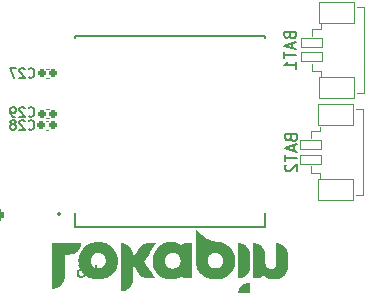
<source format=gbr>
%TF.GenerationSoftware,KiCad,Pcbnew,(6.0.1)*%
%TF.CreationDate,2022-10-07T00:00:46+07:00*%
%TF.ProjectId,rak3172,72616b33-3137-4322-9e6b-696361645f70,rev?*%
%TF.SameCoordinates,Original*%
%TF.FileFunction,Legend,Bot*%
%TF.FilePolarity,Positive*%
%FSLAX46Y46*%
G04 Gerber Fmt 4.6, Leading zero omitted, Abs format (unit mm)*
G04 Created by KiCad (PCBNEW (6.0.1)) date 2022-10-07 00:00:46*
%MOMM*%
%LPD*%
G01*
G04 APERTURE LIST*
G04 Aperture macros list*
%AMRoundRect*
0 Rectangle with rounded corners*
0 $1 Rounding radius*
0 $2 $3 $4 $5 $6 $7 $8 $9 X,Y pos of 4 corners*
0 Add a 4 corners polygon primitive as box body*
4,1,4,$2,$3,$4,$5,$6,$7,$8,$9,$2,$3,0*
0 Add four circle primitives for the rounded corners*
1,1,$1+$1,$2,$3*
1,1,$1+$1,$4,$5*
1,1,$1+$1,$6,$7*
1,1,$1+$1,$8,$9*
0 Add four rect primitives between the rounded corners*
20,1,$1+$1,$2,$3,$4,$5,0*
20,1,$1+$1,$4,$5,$6,$7,0*
20,1,$1+$1,$6,$7,$8,$9,0*
20,1,$1+$1,$8,$9,$2,$3,0*%
G04 Aperture macros list end*
%ADD10C,0.150000*%
%ADD11C,0.127000*%
%ADD12C,0.200000*%
%ADD13C,0.120000*%
%ADD14O,2.600000X1.100000*%
%ADD15C,2.100000*%
%ADD16RoundRect,0.050000X0.900000X0.400000X-0.900000X0.400000X-0.900000X-0.400000X0.900000X-0.400000X0*%
%ADD17RoundRect,0.050000X1.450000X0.900000X-1.450000X0.900000X-1.450000X-0.900000X1.450000X-0.900000X0*%
%ADD18RoundRect,0.275000X0.475000X-0.225000X0.475000X0.225000X-0.475000X0.225000X-0.475000X-0.225000X0*%
%ADD19O,1.500000X1.000000*%
%ADD20RoundRect,0.190000X0.140000X0.170000X-0.140000X0.170000X-0.140000X-0.170000X0.140000X-0.170000X0*%
G04 APERTURE END LIST*
D10*
%TO.C,U6*%
X190276904Y-111837380D02*
X190276904Y-112646904D01*
X190229285Y-112742142D01*
X190181666Y-112789761D01*
X190086428Y-112837380D01*
X189895952Y-112837380D01*
X189800714Y-112789761D01*
X189753095Y-112742142D01*
X189705476Y-112646904D01*
X189705476Y-111837380D01*
X188800714Y-111837380D02*
X188991190Y-111837380D01*
X189086428Y-111885000D01*
X189134047Y-111932619D01*
X189229285Y-112075476D01*
X189276904Y-112265952D01*
X189276904Y-112646904D01*
X189229285Y-112742142D01*
X189181666Y-112789761D01*
X189086428Y-112837380D01*
X188895952Y-112837380D01*
X188800714Y-112789761D01*
X188753095Y-112742142D01*
X188705476Y-112646904D01*
X188705476Y-112408809D01*
X188753095Y-112313571D01*
X188800714Y-112265952D01*
X188895952Y-112218333D01*
X189086428Y-112218333D01*
X189181666Y-112265952D01*
X189229285Y-112313571D01*
X189276904Y-112408809D01*
%TO.C,BAT2*%
X206728571Y-101085714D02*
X206776190Y-101228571D01*
X206823809Y-101276190D01*
X206919047Y-101323809D01*
X207061904Y-101323809D01*
X207157142Y-101276190D01*
X207204761Y-101228571D01*
X207252380Y-101133333D01*
X207252380Y-100752380D01*
X206252380Y-100752380D01*
X206252380Y-101085714D01*
X206300000Y-101180952D01*
X206347619Y-101228571D01*
X206442857Y-101276190D01*
X206538095Y-101276190D01*
X206633333Y-101228571D01*
X206680952Y-101180952D01*
X206728571Y-101085714D01*
X206728571Y-100752380D01*
X206966666Y-101704761D02*
X206966666Y-102180952D01*
X207252380Y-101609523D02*
X206252380Y-101942857D01*
X207252380Y-102276190D01*
X206252380Y-102466666D02*
X206252380Y-103038095D01*
X207252380Y-102752380D02*
X206252380Y-102752380D01*
X206347619Y-103323809D02*
X206300000Y-103371428D01*
X206252380Y-103466666D01*
X206252380Y-103704761D01*
X206300000Y-103800000D01*
X206347619Y-103847619D01*
X206442857Y-103895238D01*
X206538095Y-103895238D01*
X206680952Y-103847619D01*
X207252380Y-103276190D01*
X207252380Y-103895238D01*
%TO.C,BAT1*%
X206628571Y-92385714D02*
X206676190Y-92528571D01*
X206723809Y-92576190D01*
X206819047Y-92623809D01*
X206961904Y-92623809D01*
X207057142Y-92576190D01*
X207104761Y-92528571D01*
X207152380Y-92433333D01*
X207152380Y-92052380D01*
X206152380Y-92052380D01*
X206152380Y-92385714D01*
X206200000Y-92480952D01*
X206247619Y-92528571D01*
X206342857Y-92576190D01*
X206438095Y-92576190D01*
X206533333Y-92528571D01*
X206580952Y-92480952D01*
X206628571Y-92385714D01*
X206628571Y-92052380D01*
X206866666Y-93004761D02*
X206866666Y-93480952D01*
X207152380Y-92909523D02*
X206152380Y-93242857D01*
X207152380Y-93576190D01*
X206152380Y-93766666D02*
X206152380Y-94338095D01*
X207152380Y-94052380D02*
X206152380Y-94052380D01*
X207152380Y-95195238D02*
X207152380Y-94623809D01*
X207152380Y-94909523D02*
X206152380Y-94909523D01*
X206295238Y-94814285D01*
X206390476Y-94719047D01*
X206438095Y-94623809D01*
%TO.C,C27*%
X184522514Y-95890285D02*
X184561219Y-95928990D01*
X184677333Y-95967695D01*
X184754742Y-95967695D01*
X184870857Y-95928990D01*
X184948266Y-95851580D01*
X184986971Y-95774171D01*
X185025676Y-95619352D01*
X185025676Y-95503238D01*
X184986971Y-95348419D01*
X184948266Y-95271009D01*
X184870857Y-95193600D01*
X184754742Y-95154895D01*
X184677333Y-95154895D01*
X184561219Y-95193600D01*
X184522514Y-95232304D01*
X184212876Y-95232304D02*
X184174171Y-95193600D01*
X184096761Y-95154895D01*
X183903238Y-95154895D01*
X183825828Y-95193600D01*
X183787123Y-95232304D01*
X183748419Y-95309714D01*
X183748419Y-95387123D01*
X183787123Y-95503238D01*
X184251580Y-95967695D01*
X183748419Y-95967695D01*
X183477485Y-95154895D02*
X182935619Y-95154895D01*
X183283961Y-95967695D01*
%TO.C,C29*%
X184522514Y-99190285D02*
X184561219Y-99228990D01*
X184677333Y-99267695D01*
X184754742Y-99267695D01*
X184870857Y-99228990D01*
X184948266Y-99151580D01*
X184986971Y-99074171D01*
X185025676Y-98919352D01*
X185025676Y-98803238D01*
X184986971Y-98648419D01*
X184948266Y-98571009D01*
X184870857Y-98493600D01*
X184754742Y-98454895D01*
X184677333Y-98454895D01*
X184561219Y-98493600D01*
X184522514Y-98532304D01*
X184212876Y-98532304D02*
X184174171Y-98493600D01*
X184096761Y-98454895D01*
X183903238Y-98454895D01*
X183825828Y-98493600D01*
X183787123Y-98532304D01*
X183748419Y-98609714D01*
X183748419Y-98687123D01*
X183787123Y-98803238D01*
X184251580Y-99267695D01*
X183748419Y-99267695D01*
X183361371Y-99267695D02*
X183206552Y-99267695D01*
X183129142Y-99228990D01*
X183090438Y-99190285D01*
X183013028Y-99074171D01*
X182974323Y-98919352D01*
X182974323Y-98609714D01*
X183013028Y-98532304D01*
X183051733Y-98493600D01*
X183129142Y-98454895D01*
X183283961Y-98454895D01*
X183361371Y-98493600D01*
X183400076Y-98532304D01*
X183438780Y-98609714D01*
X183438780Y-98803238D01*
X183400076Y-98880647D01*
X183361371Y-98919352D01*
X183283961Y-98958057D01*
X183129142Y-98958057D01*
X183051733Y-98919352D01*
X183013028Y-98880647D01*
X182974323Y-98803238D01*
%TO.C,C28*%
X184522514Y-100290285D02*
X184561219Y-100328990D01*
X184677333Y-100367695D01*
X184754742Y-100367695D01*
X184870857Y-100328990D01*
X184948266Y-100251580D01*
X184986971Y-100174171D01*
X185025676Y-100019352D01*
X185025676Y-99903238D01*
X184986971Y-99748419D01*
X184948266Y-99671009D01*
X184870857Y-99593600D01*
X184754742Y-99554895D01*
X184677333Y-99554895D01*
X184561219Y-99593600D01*
X184522514Y-99632304D01*
X184212876Y-99632304D02*
X184174171Y-99593600D01*
X184096761Y-99554895D01*
X183903238Y-99554895D01*
X183825828Y-99593600D01*
X183787123Y-99632304D01*
X183748419Y-99709714D01*
X183748419Y-99787123D01*
X183787123Y-99903238D01*
X184251580Y-100367695D01*
X183748419Y-100367695D01*
X183283961Y-99903238D02*
X183361371Y-99864533D01*
X183400076Y-99825828D01*
X183438780Y-99748419D01*
X183438780Y-99709714D01*
X183400076Y-99632304D01*
X183361371Y-99593600D01*
X183283961Y-99554895D01*
X183129142Y-99554895D01*
X183051733Y-99593600D01*
X183013028Y-99632304D01*
X182974323Y-99709714D01*
X182974323Y-99748419D01*
X183013028Y-99825828D01*
X183051733Y-99864533D01*
X183129142Y-99903238D01*
X183283961Y-99903238D01*
X183361371Y-99941942D01*
X183400076Y-99980647D01*
X183438780Y-100058057D01*
X183438780Y-100212876D01*
X183400076Y-100290285D01*
X183361371Y-100328990D01*
X183283961Y-100367695D01*
X183129142Y-100367695D01*
X183051733Y-100328990D01*
X183013028Y-100290285D01*
X182974323Y-100212876D01*
X182974323Y-100058057D01*
X183013028Y-99980647D01*
X183051733Y-99941942D01*
X183129142Y-99903238D01*
D11*
%TO.C,U6*%
X188425000Y-92425000D02*
X188425000Y-92600000D01*
X188425000Y-108575000D02*
X188425000Y-107400000D01*
X204575000Y-108575000D02*
X204575000Y-107400000D01*
X188425000Y-108575000D02*
X204575000Y-108575000D01*
X204575000Y-92425000D02*
X204575000Y-92600000D01*
X204575000Y-92425000D02*
X188425000Y-92425000D01*
D12*
X187200000Y-107500000D02*
G75*
G03*
X187200000Y-107500000I-100000J0D01*
G01*
D13*
%TO.C,BAT2*%
X209237500Y-100500000D02*
X209237500Y-100100000D01*
X208437500Y-100500000D02*
X208437500Y-101100000D01*
X212237500Y-105900000D02*
X212837500Y-105900000D01*
X212837500Y-98650000D02*
X212837500Y-105900000D01*
X209237500Y-104050000D02*
X208437500Y-104050000D01*
X208437500Y-104050000D02*
X208437500Y-103450000D01*
X209237500Y-104050000D02*
X209237500Y-104450000D01*
X209237500Y-100500000D02*
X208437500Y-100500000D01*
X212237500Y-98650000D02*
X212837500Y-98650000D01*
%TO.C,BAT1*%
X212300000Y-90000000D02*
X212900000Y-90000000D01*
X209300000Y-91850000D02*
X208500000Y-91850000D01*
X209300000Y-95400000D02*
X209300000Y-95800000D01*
X208500000Y-95400000D02*
X208500000Y-94800000D01*
X209300000Y-95400000D02*
X208500000Y-95400000D01*
X212900000Y-90000000D02*
X212900000Y-97250000D01*
X212300000Y-97250000D02*
X212900000Y-97250000D01*
X208500000Y-91850000D02*
X208500000Y-92450000D01*
X209300000Y-91850000D02*
X209300000Y-91450000D01*
%TO.C,C27*%
X186227836Y-95240000D02*
X186012164Y-95240000D01*
X186227836Y-95960000D02*
X186012164Y-95960000D01*
%TO.C,C29*%
X186227836Y-99360000D02*
X186012164Y-99360000D01*
X186227836Y-98640000D02*
X186012164Y-98640000D01*
%TO.C,G\u002A\u002A\u002A*%
G36*
X195029193Y-111295749D02*
G01*
X195038402Y-111207189D01*
X195039743Y-111197100D01*
X195058033Y-111088406D01*
X195082858Y-110982850D01*
X195114036Y-110880649D01*
X195151384Y-110782020D01*
X195194722Y-110687180D01*
X195243867Y-110596345D01*
X195298637Y-110509732D01*
X195358851Y-110427557D01*
X195424326Y-110350038D01*
X195494881Y-110277391D01*
X195570334Y-110209832D01*
X195650503Y-110147579D01*
X195735206Y-110090848D01*
X195824261Y-110039856D01*
X195917487Y-109994820D01*
X196014701Y-109955955D01*
X196115722Y-109923480D01*
X196164506Y-109910291D01*
X196240751Y-109892596D01*
X196316672Y-109878796D01*
X196394733Y-109868466D01*
X196477395Y-109861183D01*
X196481487Y-109860918D01*
X196509780Y-109859721D01*
X196543440Y-109859152D01*
X196580637Y-109859173D01*
X196619539Y-109859747D01*
X196658318Y-109860837D01*
X196695142Y-109862406D01*
X196728181Y-109864417D01*
X196755603Y-109866832D01*
X196797923Y-109872046D01*
X196899239Y-109889668D01*
X196998396Y-109914217D01*
X197094991Y-109945538D01*
X197188624Y-109983475D01*
X197278894Y-110027872D01*
X197365399Y-110078573D01*
X197447739Y-110135423D01*
X197492585Y-110168935D01*
X197502376Y-110149525D01*
X197521426Y-110116380D01*
X197551840Y-110076347D01*
X197587626Y-110041324D01*
X197628363Y-110011654D01*
X197673630Y-109987681D01*
X197723005Y-109969748D01*
X197727233Y-109968540D01*
X197732415Y-109967166D01*
X197737823Y-109965971D01*
X197743981Y-109964941D01*
X197751410Y-109964060D01*
X197760632Y-109963314D01*
X197772169Y-109962688D01*
X197786543Y-109962167D01*
X197804277Y-109961737D01*
X197825891Y-109961382D01*
X197851908Y-109961088D01*
X197882850Y-109960840D01*
X197919239Y-109960624D01*
X197961597Y-109960423D01*
X198010446Y-109960225D01*
X198066308Y-109960013D01*
X198379946Y-109958836D01*
X198379946Y-112950460D01*
X198098225Y-112950460D01*
X198043406Y-112950443D01*
X197995490Y-112950375D01*
X197953900Y-112950224D01*
X197918057Y-112949959D01*
X197887382Y-112949547D01*
X197861297Y-112948957D01*
X197839223Y-112948157D01*
X197820581Y-112947116D01*
X197804793Y-112945801D01*
X197791281Y-112944181D01*
X197779466Y-112942225D01*
X197768768Y-112939900D01*
X197758611Y-112937175D01*
X197748414Y-112934019D01*
X197737600Y-112930398D01*
X197718435Y-112923339D01*
X197671712Y-112901147D01*
X197628410Y-112872821D01*
X197587493Y-112837721D01*
X197578196Y-112828263D01*
X197561609Y-112809446D01*
X197545188Y-112788732D01*
X197530249Y-112767900D01*
X197518110Y-112748732D01*
X197510085Y-112733006D01*
X197505084Y-112720877D01*
X197474412Y-112744707D01*
X197430094Y-112777795D01*
X197345368Y-112834002D01*
X197257284Y-112883529D01*
X197165763Y-112926409D01*
X197070726Y-112962675D01*
X196972093Y-112992358D01*
X196869784Y-113015490D01*
X196763720Y-113032105D01*
X196762828Y-113032214D01*
X196736386Y-113034719D01*
X196703941Y-113036668D01*
X196666949Y-113038059D01*
X196626867Y-113038893D01*
X196585149Y-113039169D01*
X196543250Y-113038886D01*
X196502627Y-113038046D01*
X196464735Y-113036646D01*
X196431028Y-113034688D01*
X196402963Y-113032171D01*
X196364113Y-113027402D01*
X196254155Y-113009539D01*
X196148552Y-112985665D01*
X196047046Y-112955687D01*
X195949377Y-112919513D01*
X195855289Y-112877051D01*
X195764521Y-112828208D01*
X195676817Y-112772892D01*
X195633779Y-112742501D01*
X195552864Y-112678517D01*
X195477136Y-112609228D01*
X195406729Y-112534865D01*
X195341777Y-112455656D01*
X195282415Y-112371834D01*
X195228777Y-112283626D01*
X195180998Y-112191264D01*
X195139213Y-112094978D01*
X195103556Y-111994996D01*
X195074162Y-111891551D01*
X195051164Y-111784870D01*
X195034699Y-111675186D01*
X195032730Y-111657669D01*
X195025754Y-111570459D01*
X195022851Y-111479595D01*
X195023651Y-111415501D01*
X196061358Y-111415501D01*
X196061382Y-111487153D01*
X196068682Y-111557057D01*
X196083295Y-111625445D01*
X196105257Y-111692550D01*
X196134605Y-111758603D01*
X196138416Y-111766090D01*
X196158869Y-111803450D01*
X196180087Y-111836911D01*
X196203493Y-111868417D01*
X196230510Y-111899913D01*
X196262563Y-111933343D01*
X196271172Y-111941870D01*
X196303716Y-111972338D01*
X196334745Y-111998100D01*
X196366169Y-112020547D01*
X196399897Y-112041069D01*
X196437837Y-112061059D01*
X196464262Y-112073536D01*
X196529731Y-112099012D01*
X196596044Y-112117093D01*
X196663450Y-112127808D01*
X196732199Y-112131190D01*
X196802537Y-112127269D01*
X196874715Y-112116077D01*
X196910677Y-112107715D01*
X196975875Y-112086897D01*
X197038450Y-112059524D01*
X197097480Y-112026026D01*
X197152043Y-111986831D01*
X197189824Y-111953814D01*
X197236547Y-111904499D01*
X197277723Y-111850506D01*
X197313142Y-111792289D01*
X197342597Y-111730300D01*
X197365880Y-111664993D01*
X197382783Y-111596822D01*
X197393098Y-111526240D01*
X197396617Y-111453701D01*
X197394248Y-111392369D01*
X197385252Y-111321300D01*
X197369757Y-111252817D01*
X197347992Y-111187308D01*
X197320185Y-111125163D01*
X197286564Y-111066769D01*
X197247357Y-111012516D01*
X197202792Y-110962792D01*
X197153097Y-110917986D01*
X197098501Y-110878486D01*
X197039230Y-110844681D01*
X197030000Y-110840124D01*
X196986989Y-110820873D01*
X196944077Y-110805255D01*
X196898748Y-110792436D01*
X196848487Y-110781586D01*
X196842304Y-110780546D01*
X196821018Y-110778099D01*
X196794631Y-110776237D01*
X196764910Y-110774984D01*
X196733620Y-110774364D01*
X196702527Y-110774399D01*
X196673397Y-110775113D01*
X196647997Y-110776529D01*
X196628092Y-110778671D01*
X196596020Y-110784168D01*
X196527580Y-110800626D01*
X196463566Y-110822990D01*
X196403532Y-110851486D01*
X196347034Y-110886343D01*
X196293628Y-110927788D01*
X196242868Y-110976050D01*
X196201395Y-111024053D01*
X196162533Y-111079971D01*
X196129600Y-111140123D01*
X196102826Y-111204025D01*
X196082442Y-111271195D01*
X196068678Y-111341149D01*
X196068573Y-111341870D01*
X196061358Y-111415501D01*
X195023651Y-111415501D01*
X195024003Y-111387288D01*
X195029193Y-111295749D01*
G37*
G36*
X203292672Y-114201246D02*
G01*
X202271547Y-114201246D01*
X202273781Y-114164514D01*
X202280336Y-114094835D01*
X202294339Y-114013504D01*
X202315015Y-113935576D01*
X202342406Y-113860921D01*
X202376556Y-113789406D01*
X202417507Y-113720899D01*
X202436771Y-113692903D01*
X202487197Y-113628736D01*
X202542675Y-113570157D01*
X202603222Y-113517150D01*
X202668854Y-113469698D01*
X202679087Y-113463090D01*
X202750002Y-113422352D01*
X202823730Y-113388559D01*
X202900002Y-113361808D01*
X202978547Y-113342196D01*
X203059092Y-113329821D01*
X203059942Y-113329745D01*
X203068413Y-113329360D01*
X203083114Y-113328976D01*
X203102958Y-113328611D01*
X203126857Y-113328283D01*
X203153726Y-113328008D01*
X203182475Y-113327806D01*
X203292672Y-113327203D01*
X203292672Y-114201246D01*
G37*
G36*
X192366189Y-109955394D02*
G01*
X192381499Y-109955704D01*
X192416010Y-109957839D01*
X192454694Y-109961757D01*
X192495543Y-109967179D01*
X192536547Y-109973823D01*
X192575698Y-109981407D01*
X192610986Y-109989651D01*
X192648420Y-110000146D01*
X192729310Y-110028357D01*
X192807046Y-110063099D01*
X192881291Y-110104021D01*
X192951712Y-110150769D01*
X193017974Y-110202991D01*
X193079741Y-110260336D01*
X193136679Y-110322450D01*
X193188452Y-110388981D01*
X193234726Y-110459578D01*
X193275165Y-110533887D01*
X193309436Y-110611556D01*
X193337202Y-110692233D01*
X193358128Y-110775566D01*
X193362717Y-110798634D01*
X193366619Y-110820360D01*
X193369843Y-110841418D01*
X193372469Y-110862834D01*
X193374578Y-110885633D01*
X193376250Y-110910841D01*
X193377567Y-110939482D01*
X193378608Y-110972582D01*
X193379455Y-111011166D01*
X193380187Y-111056260D01*
X193382453Y-111213425D01*
X193617917Y-110815459D01*
X193640275Y-110777690D01*
X193669978Y-110727573D01*
X193698751Y-110679094D01*
X193726329Y-110632693D01*
X193752449Y-110588812D01*
X193776848Y-110547891D01*
X193799261Y-110510372D01*
X193819427Y-110476695D01*
X193837080Y-110447302D01*
X193851958Y-110422634D01*
X193863796Y-110403132D01*
X193872332Y-110389236D01*
X193877302Y-110381388D01*
X193895506Y-110354912D01*
X193946789Y-110289377D01*
X194003418Y-110228874D01*
X194064977Y-110173672D01*
X194131050Y-110124039D01*
X194201221Y-110080246D01*
X194275074Y-110042562D01*
X194352193Y-110011255D01*
X194432162Y-109986596D01*
X194514565Y-109968854D01*
X194527825Y-109966720D01*
X194542548Y-109964663D01*
X194558137Y-109962860D01*
X194575105Y-109961297D01*
X194593965Y-109959961D01*
X194615229Y-109958838D01*
X194639412Y-109957915D01*
X194667025Y-109957178D01*
X194698583Y-109956613D01*
X194734597Y-109956209D01*
X194775580Y-109955950D01*
X194822046Y-109955823D01*
X194874508Y-109955815D01*
X194933479Y-109955912D01*
X194999471Y-109956101D01*
X195343098Y-109957238D01*
X194830717Y-110738667D01*
X194817245Y-110759215D01*
X194771829Y-110828525D01*
X194727572Y-110896122D01*
X194684650Y-110961736D01*
X194643238Y-111025098D01*
X194603511Y-111085939D01*
X194565644Y-111143989D01*
X194529812Y-111198977D01*
X194496191Y-111250635D01*
X194464955Y-111298692D01*
X194436281Y-111342879D01*
X194410342Y-111382927D01*
X194387315Y-111418565D01*
X194367375Y-111449524D01*
X194350696Y-111475534D01*
X194337454Y-111496326D01*
X194327823Y-111511630D01*
X194321981Y-111521176D01*
X194320100Y-111524694D01*
X194320514Y-111525400D01*
X194324351Y-111531445D01*
X194332052Y-111543395D01*
X194343433Y-111560966D01*
X194358307Y-111583873D01*
X194376491Y-111611834D01*
X194397797Y-111644565D01*
X194422043Y-111681780D01*
X194449041Y-111723197D01*
X194478608Y-111768532D01*
X194510557Y-111817499D01*
X194544705Y-111869817D01*
X194580865Y-111925200D01*
X194618853Y-111983366D01*
X194658483Y-112044029D01*
X194699570Y-112106906D01*
X194741930Y-112171713D01*
X194785376Y-112238166D01*
X195248887Y-112947038D01*
X194516449Y-112944256D01*
X194463705Y-112934353D01*
X194419473Y-112925157D01*
X194338933Y-112903351D01*
X194262474Y-112875613D01*
X194189345Y-112841617D01*
X194118800Y-112801035D01*
X194050089Y-112753541D01*
X194033546Y-112740662D01*
X193998063Y-112710380D01*
X193961758Y-112676239D01*
X193926482Y-112640096D01*
X193894087Y-112603809D01*
X193866425Y-112569236D01*
X193861787Y-112562769D01*
X193851192Y-112547105D01*
X193836952Y-112525279D01*
X193819191Y-112497488D01*
X193798032Y-112463930D01*
X193773597Y-112424802D01*
X193746011Y-112380303D01*
X193715397Y-112330629D01*
X193681877Y-112275979D01*
X193645575Y-112216550D01*
X193606615Y-112152540D01*
X193382453Y-111783650D01*
X193380418Y-112437694D01*
X193378383Y-113091739D01*
X193369897Y-113144483D01*
X193361001Y-113193512D01*
X193339747Y-113280933D01*
X193312194Y-113364274D01*
X193278272Y-113443678D01*
X193237907Y-113519289D01*
X193191027Y-113591248D01*
X193137561Y-113659701D01*
X193077436Y-113724789D01*
X193060960Y-113741020D01*
X193024101Y-113775294D01*
X192987827Y-113805817D01*
X192949819Y-113834482D01*
X192907757Y-113863180D01*
X192886661Y-113876588D01*
X192812528Y-113917994D01*
X192734680Y-113953077D01*
X192653673Y-113981659D01*
X192570060Y-114003564D01*
X192484395Y-114018612D01*
X192397234Y-114026628D01*
X192348294Y-114029105D01*
X192348294Y-109955355D01*
X192366189Y-109955394D01*
G37*
G36*
X198680824Y-111395437D02*
G01*
X198680624Y-111353553D01*
X198680442Y-111307079D01*
X198680279Y-111255805D01*
X198680133Y-111199521D01*
X198680003Y-111138017D01*
X198679889Y-111071081D01*
X198679791Y-110998504D01*
X198679706Y-110920075D01*
X198679636Y-110835584D01*
X198679578Y-110744820D01*
X198679532Y-110647574D01*
X198679498Y-110543634D01*
X198679475Y-110432791D01*
X198679461Y-110314833D01*
X198679457Y-110189551D01*
X198679457Y-108813172D01*
X198690027Y-108804079D01*
X198692575Y-108802097D01*
X198705589Y-108796273D01*
X198719322Y-108795464D01*
X198730890Y-108799962D01*
X198732409Y-108801351D01*
X198738696Y-108808155D01*
X198748221Y-108819157D01*
X198759982Y-108833191D01*
X198772981Y-108849090D01*
X198799740Y-108881683D01*
X198880629Y-108974613D01*
X198966967Y-109066156D01*
X199057231Y-109154796D01*
X199149898Y-109239016D01*
X199243443Y-109317300D01*
X199248593Y-109321411D01*
X199346849Y-109396036D01*
X199448141Y-109465974D01*
X199551927Y-109530980D01*
X199657664Y-109590808D01*
X199764808Y-109645212D01*
X199872817Y-109693946D01*
X199981147Y-109736766D01*
X200089256Y-109773423D01*
X200196600Y-109803674D01*
X200302636Y-109827272D01*
X200406822Y-109843971D01*
X200415557Y-109845018D01*
X200437591Y-109847307D01*
X200463374Y-109849643D01*
X200490379Y-109851803D01*
X200516078Y-109853566D01*
X200550204Y-109855863D01*
X200642046Y-109864212D01*
X200728316Y-109875494D01*
X200810105Y-109889918D01*
X200888509Y-109907695D01*
X200964620Y-109929035D01*
X201039531Y-109954148D01*
X201088991Y-109973111D01*
X201183568Y-110015388D01*
X201274614Y-110064166D01*
X201361819Y-110119193D01*
X201444875Y-110180216D01*
X201523474Y-110246982D01*
X201597307Y-110319239D01*
X201666066Y-110396734D01*
X201729442Y-110479215D01*
X201787127Y-110566429D01*
X201815503Y-110614523D01*
X201867293Y-110712798D01*
X201912149Y-110813204D01*
X201949971Y-110915424D01*
X201980659Y-111019142D01*
X202004115Y-111124041D01*
X202020238Y-111229805D01*
X202028929Y-111336117D01*
X202029233Y-111343999D01*
X202029614Y-111373490D01*
X202029158Y-111408160D01*
X202027943Y-111446259D01*
X202026049Y-111486037D01*
X202023555Y-111525746D01*
X202020540Y-111563634D01*
X202017083Y-111597953D01*
X202010267Y-111651120D01*
X201990585Y-111764488D01*
X201964307Y-111874444D01*
X201931471Y-111980886D01*
X201892120Y-112083717D01*
X201846293Y-112182836D01*
X201794030Y-112278144D01*
X201735372Y-112369541D01*
X201670359Y-112456927D01*
X201655899Y-112474444D01*
X201629597Y-112504344D01*
X201599615Y-112536580D01*
X201567336Y-112569768D01*
X201534140Y-112602529D01*
X201501409Y-112633481D01*
X201470523Y-112661242D01*
X201442865Y-112684431D01*
X201420073Y-112702076D01*
X201389633Y-112724464D01*
X201356328Y-112747970D01*
X201321895Y-112771412D01*
X201288073Y-112793611D01*
X201256598Y-112813386D01*
X201229207Y-112829558D01*
X201203980Y-112843472D01*
X201109176Y-112890381D01*
X201009829Y-112931392D01*
X200906123Y-112966447D01*
X200798244Y-112995488D01*
X200686376Y-113018456D01*
X200570706Y-113035295D01*
X200567150Y-113035695D01*
X200541272Y-113037982D01*
X200509550Y-113039946D01*
X200473433Y-113041561D01*
X200434370Y-113042805D01*
X200393811Y-113043653D01*
X200353206Y-113044082D01*
X200314002Y-113044066D01*
X200277651Y-113043583D01*
X200245600Y-113042608D01*
X200219299Y-113041117D01*
X200175630Y-113037342D01*
X200067060Y-113023933D01*
X199962780Y-113004991D01*
X199861980Y-112980300D01*
X199763848Y-112949644D01*
X199667571Y-112912809D01*
X199572337Y-112869580D01*
X199564493Y-112865714D01*
X199468327Y-112813934D01*
X199376632Y-112756368D01*
X199289613Y-112693305D01*
X199207473Y-112625034D01*
X199130417Y-112551843D01*
X199058649Y-112474024D01*
X198992374Y-112391863D01*
X198931797Y-112305652D01*
X198877120Y-112215678D01*
X198828549Y-112122231D01*
X198786288Y-112025600D01*
X198750542Y-111926075D01*
X198721514Y-111823944D01*
X198699409Y-111719497D01*
X198684432Y-111613023D01*
X198684021Y-111608145D01*
X198683592Y-111600585D01*
X198683190Y-111590538D01*
X198682813Y-111577796D01*
X198682461Y-111562147D01*
X198682133Y-111543381D01*
X198681828Y-111521288D01*
X198681545Y-111495658D01*
X198681284Y-111466279D01*
X198681174Y-111451024D01*
X199697737Y-111451024D01*
X199698364Y-111484755D01*
X199704444Y-111559003D01*
X199716935Y-111629737D01*
X199735778Y-111696794D01*
X199760912Y-111760010D01*
X199792278Y-111819223D01*
X199829814Y-111874271D01*
X199873461Y-111924990D01*
X199899113Y-111950645D01*
X199932180Y-111980230D01*
X199965543Y-112005641D01*
X200001225Y-112028389D01*
X200041253Y-112049980D01*
X200070323Y-112063603D01*
X200133564Y-112087164D01*
X200200030Y-112104116D01*
X200269286Y-112114360D01*
X200340892Y-112117797D01*
X200388514Y-112116280D01*
X200458408Y-112108322D01*
X200525345Y-112093759D01*
X200589010Y-112072836D01*
X200649087Y-112045795D01*
X200705258Y-112012881D01*
X200757210Y-111974337D01*
X200804625Y-111930406D01*
X200847188Y-111881333D01*
X200884583Y-111827360D01*
X200916494Y-111768731D01*
X200942605Y-111705690D01*
X200962601Y-111638480D01*
X200973463Y-111583942D01*
X200981064Y-111518445D01*
X200983577Y-111451181D01*
X200981012Y-111383989D01*
X200973376Y-111318709D01*
X200960681Y-111257180D01*
X200959810Y-111253834D01*
X200939789Y-111189189D01*
X200914853Y-111129781D01*
X200884564Y-111074809D01*
X200848482Y-111023471D01*
X200806170Y-110974966D01*
X200800117Y-110968751D01*
X200751706Y-110924161D01*
X200700622Y-110886114D01*
X200646272Y-110854300D01*
X200588061Y-110828411D01*
X200525396Y-110808136D01*
X200457683Y-110793166D01*
X200442918Y-110791063D01*
X200417689Y-110788748D01*
X200388303Y-110787092D01*
X200356694Y-110786127D01*
X200324797Y-110785883D01*
X200294544Y-110786391D01*
X200267870Y-110787683D01*
X200246707Y-110789789D01*
X200178457Y-110802703D01*
X200111677Y-110822229D01*
X200049012Y-110847888D01*
X199990654Y-110879545D01*
X199936796Y-110917066D01*
X199887630Y-110960317D01*
X199843348Y-111009162D01*
X199804143Y-111063467D01*
X199770207Y-111123098D01*
X199745732Y-111177872D01*
X199724535Y-111241082D01*
X199709559Y-111307278D01*
X199700670Y-111377059D01*
X199697737Y-111451024D01*
X198681174Y-111451024D01*
X198681044Y-111432943D01*
X198680824Y-111395437D01*
G37*
G36*
X203560230Y-109955360D02*
G01*
X203570228Y-109955734D01*
X203585544Y-109956609D01*
X203604244Y-109957865D01*
X203624395Y-109959383D01*
X203682081Y-109965523D01*
X203769064Y-109980897D01*
X203853633Y-110003394D01*
X203935643Y-110032961D01*
X204014950Y-110069542D01*
X204091409Y-110113082D01*
X204164873Y-110163527D01*
X204206394Y-110196342D01*
X204270615Y-110254670D01*
X204329325Y-110317914D01*
X204382335Y-110385749D01*
X204429459Y-110457847D01*
X204470508Y-110533882D01*
X204505296Y-110613525D01*
X204533635Y-110696451D01*
X204555338Y-110782331D01*
X204570217Y-110870840D01*
X204570359Y-110872042D01*
X204571247Y-110883412D01*
X204572088Y-110901187D01*
X204572885Y-110925492D01*
X204573639Y-110956453D01*
X204574353Y-110994195D01*
X204575029Y-111038845D01*
X204575670Y-111090527D01*
X204576276Y-111149367D01*
X204576851Y-111215491D01*
X204577397Y-111289024D01*
X204577770Y-111342879D01*
X204578172Y-111399009D01*
X204578550Y-111448502D01*
X204578916Y-111491840D01*
X204579283Y-111529506D01*
X204579662Y-111561982D01*
X204580067Y-111589751D01*
X204580509Y-111613295D01*
X204581001Y-111633098D01*
X204581554Y-111649642D01*
X204582181Y-111663410D01*
X204582895Y-111674884D01*
X204583706Y-111684547D01*
X204584629Y-111692882D01*
X204585674Y-111700371D01*
X204586855Y-111707498D01*
X204588183Y-111714744D01*
X204594106Y-111744058D01*
X204609351Y-111804451D01*
X204627745Y-111858840D01*
X204649635Y-111907950D01*
X204675369Y-111952505D01*
X204705293Y-111993231D01*
X204739757Y-112030852D01*
X204753616Y-112043897D01*
X204797155Y-112078005D01*
X204845063Y-112106020D01*
X204897242Y-112127907D01*
X204953595Y-112143630D01*
X205014025Y-112153151D01*
X205078433Y-112156436D01*
X205116128Y-112155536D01*
X205155614Y-112151765D01*
X205191751Y-112144778D01*
X205226538Y-112134276D01*
X205243638Y-112127662D01*
X205286365Y-112105764D01*
X205324695Y-112077766D01*
X205358603Y-112043699D01*
X205388066Y-112003594D01*
X205413061Y-111957482D01*
X205433561Y-111905394D01*
X205449545Y-111847360D01*
X205450424Y-111843482D01*
X205452334Y-111835185D01*
X205454101Y-111827480D01*
X205455731Y-111820068D01*
X205457229Y-111812647D01*
X205458602Y-111804916D01*
X205459856Y-111796574D01*
X205460996Y-111787320D01*
X205462029Y-111776853D01*
X205462959Y-111764872D01*
X205463795Y-111751076D01*
X205464540Y-111735163D01*
X205465202Y-111716834D01*
X205465786Y-111695786D01*
X205466298Y-111671719D01*
X205466744Y-111644332D01*
X205467130Y-111613323D01*
X205467462Y-111578392D01*
X205467745Y-111539238D01*
X205467987Y-111495559D01*
X205468192Y-111447054D01*
X205468367Y-111393423D01*
X205468518Y-111334365D01*
X205468650Y-111269578D01*
X205468769Y-111198761D01*
X205468882Y-111121614D01*
X205468995Y-111037835D01*
X205469112Y-110947123D01*
X205469241Y-110849177D01*
X205470441Y-109955355D01*
X205487092Y-109955355D01*
X205493470Y-109955447D01*
X205513825Y-109956422D01*
X205538766Y-109958300D01*
X205566251Y-109960880D01*
X205594237Y-109963959D01*
X205620683Y-109967337D01*
X205643547Y-109970811D01*
X205666638Y-109974985D01*
X205752408Y-109995242D01*
X205835367Y-110022447D01*
X205915273Y-110056475D01*
X205991886Y-110097202D01*
X206064963Y-110144503D01*
X206134265Y-110198253D01*
X206199549Y-110258327D01*
X206224407Y-110284014D01*
X206282062Y-110350966D01*
X206333207Y-110421650D01*
X206377760Y-110495889D01*
X206415641Y-110573505D01*
X206446767Y-110654318D01*
X206471057Y-110738152D01*
X206488431Y-110824827D01*
X206498806Y-110914165D01*
X206499382Y-110925238D01*
X206499938Y-110943823D01*
X206500420Y-110968653D01*
X206500831Y-110999153D01*
X206501172Y-111034749D01*
X206501444Y-111074867D01*
X206501651Y-111118933D01*
X206501794Y-111166372D01*
X206501874Y-111216611D01*
X206501894Y-111269076D01*
X206501855Y-111323191D01*
X206501759Y-111378384D01*
X206501608Y-111434080D01*
X206501405Y-111489705D01*
X206501150Y-111544685D01*
X206500845Y-111598445D01*
X206500493Y-111650412D01*
X206500095Y-111700011D01*
X206499654Y-111746668D01*
X206499170Y-111789809D01*
X206498646Y-111828861D01*
X206498084Y-111863248D01*
X206497486Y-111892397D01*
X206496853Y-111915734D01*
X206496187Y-111932684D01*
X206495490Y-111942673D01*
X206482246Y-112040528D01*
X206465000Y-112133128D01*
X206443648Y-112220253D01*
X206418005Y-112302440D01*
X206387881Y-112380226D01*
X206353090Y-112454149D01*
X206313444Y-112524746D01*
X206268756Y-112592554D01*
X206224894Y-112649960D01*
X206166876Y-112714803D01*
X206103778Y-112774325D01*
X206035998Y-112828186D01*
X205963933Y-112876048D01*
X205887979Y-112917572D01*
X205841034Y-112939447D01*
X205765911Y-112969360D01*
X205689527Y-112993411D01*
X205610986Y-113011796D01*
X205529391Y-113024714D01*
X205443847Y-113032361D01*
X205353456Y-113034932D01*
X205346929Y-113034934D01*
X205301146Y-113034511D01*
X205260554Y-113033218D01*
X205223111Y-113030896D01*
X205186774Y-113027390D01*
X205149502Y-113022543D01*
X205109251Y-113016198D01*
X205102261Y-113015001D01*
X205009378Y-112995268D01*
X204918896Y-112968941D01*
X204831285Y-112936254D01*
X204747015Y-112897446D01*
X204666556Y-112852751D01*
X204590378Y-112802408D01*
X204518949Y-112746651D01*
X204452740Y-112685718D01*
X204409640Y-112642618D01*
X204391708Y-112675039D01*
X204368437Y-112713102D01*
X204331165Y-112762013D01*
X204288559Y-112806157D01*
X204241211Y-112845113D01*
X204189717Y-112878462D01*
X204134670Y-112905782D01*
X204076666Y-112926654D01*
X204016297Y-112940657D01*
X204011001Y-112941493D01*
X204001487Y-112942691D01*
X203990317Y-112943697D01*
X203976836Y-112944526D01*
X203960393Y-112945194D01*
X203940333Y-112945717D01*
X203916005Y-112946110D01*
X203886754Y-112946388D01*
X203851928Y-112946568D01*
X203810873Y-112946664D01*
X203762937Y-112946693D01*
X203545090Y-112946693D01*
X203545090Y-109955355D01*
X203559407Y-109955355D01*
X203560230Y-109955360D01*
G37*
G36*
X202310316Y-109956865D02*
G01*
X202326980Y-109957913D01*
X202417430Y-109967802D01*
X202505048Y-109984597D01*
X202589693Y-110008240D01*
X202671227Y-110038674D01*
X202749512Y-110075841D01*
X202824407Y-110119683D01*
X202895775Y-110170143D01*
X202963475Y-110227164D01*
X202966364Y-110229819D01*
X203028879Y-110292502D01*
X203085211Y-110359404D01*
X203135241Y-110430277D01*
X203178851Y-110504874D01*
X203215923Y-110582946D01*
X203246339Y-110664246D01*
X203269979Y-110748525D01*
X203286727Y-110835536D01*
X203296464Y-110925031D01*
X203296996Y-110936750D01*
X203297488Y-110955493D01*
X203297938Y-110980615D01*
X203298343Y-111011538D01*
X203298706Y-111047681D01*
X203299024Y-111088465D01*
X203299300Y-111133309D01*
X203299532Y-111181636D01*
X203299721Y-111232864D01*
X203299867Y-111286413D01*
X203299970Y-111341706D01*
X203300029Y-111398160D01*
X203300046Y-111455198D01*
X203300019Y-111512239D01*
X203299950Y-111568703D01*
X203299838Y-111624011D01*
X203299682Y-111677584D01*
X203299485Y-111728840D01*
X203299244Y-111777202D01*
X203298961Y-111822088D01*
X203298635Y-111862920D01*
X203298266Y-111899118D01*
X203297856Y-111930101D01*
X203297402Y-111955291D01*
X203296906Y-111974107D01*
X203296368Y-111985970D01*
X203295779Y-111994125D01*
X203287929Y-112065850D01*
X203275522Y-112136880D01*
X203258970Y-112205192D01*
X203238686Y-112268763D01*
X203212310Y-112334338D01*
X203173884Y-112412357D01*
X203129506Y-112486305D01*
X203079518Y-112555896D01*
X203024262Y-112620845D01*
X202964083Y-112680866D01*
X202899322Y-112735674D01*
X202830323Y-112784983D01*
X202757429Y-112828507D01*
X202680982Y-112865961D01*
X202601325Y-112897059D01*
X202518803Y-112921516D01*
X202433756Y-112939047D01*
X202431413Y-112939420D01*
X202412559Y-112942083D01*
X202390859Y-112944674D01*
X202367604Y-112947091D01*
X202344085Y-112949232D01*
X202321592Y-112950993D01*
X202301417Y-112952274D01*
X202284851Y-112952971D01*
X202273185Y-112952983D01*
X202267710Y-112952206D01*
X202267641Y-112951982D01*
X202267338Y-112946405D01*
X202267046Y-112933445D01*
X202266767Y-112913231D01*
X202266500Y-112885887D01*
X202266246Y-112851539D01*
X202266005Y-112810313D01*
X202265778Y-112762335D01*
X202265564Y-112707730D01*
X202265364Y-112646626D01*
X202265178Y-112579147D01*
X202265007Y-112505419D01*
X202264851Y-112425568D01*
X202264710Y-112339721D01*
X202264585Y-112248002D01*
X202264475Y-112150538D01*
X202264381Y-112047454D01*
X202264304Y-111938878D01*
X202264244Y-111824933D01*
X202264200Y-111705746D01*
X202264173Y-111581444D01*
X202264165Y-111452151D01*
X202264165Y-109954287D01*
X202310316Y-109956865D01*
G37*
G36*
X188963993Y-110010924D02*
G01*
X188962618Y-110035708D01*
X188953287Y-110116577D01*
X188936709Y-110196886D01*
X188913100Y-110275981D01*
X188882676Y-110353211D01*
X188845654Y-110427923D01*
X188802248Y-110499465D01*
X188753059Y-110566793D01*
X188697517Y-110630553D01*
X188636965Y-110689078D01*
X188571827Y-110742080D01*
X188502527Y-110789270D01*
X188429489Y-110830359D01*
X188353137Y-110865061D01*
X188273895Y-110893086D01*
X188192186Y-110914147D01*
X188188101Y-110915006D01*
X188168893Y-110918908D01*
X188150796Y-110922267D01*
X188133090Y-110925124D01*
X188115054Y-110927520D01*
X188095967Y-110929493D01*
X188075110Y-110931084D01*
X188051761Y-110932333D01*
X188025200Y-110933280D01*
X187994707Y-110933965D01*
X187959562Y-110934428D01*
X187919043Y-110934709D01*
X187872431Y-110934848D01*
X187819004Y-110934886D01*
X187586420Y-110934886D01*
X187585301Y-111898406D01*
X187585187Y-111995175D01*
X187585071Y-112089222D01*
X187584955Y-112176287D01*
X187584838Y-112256653D01*
X187584718Y-112330602D01*
X187584591Y-112398416D01*
X187584457Y-112460378D01*
X187584312Y-112516771D01*
X187584155Y-112567876D01*
X187583984Y-112613977D01*
X187583795Y-112655355D01*
X187583587Y-112692294D01*
X187583358Y-112725076D01*
X187583106Y-112753984D01*
X187582827Y-112779299D01*
X187582521Y-112801305D01*
X187582185Y-112820283D01*
X187581816Y-112836517D01*
X187581412Y-112850289D01*
X187580972Y-112861881D01*
X187580493Y-112871577D01*
X187579972Y-112879657D01*
X187579408Y-112886406D01*
X187578798Y-112892104D01*
X187578140Y-112897036D01*
X187577433Y-112901483D01*
X187576089Y-112909241D01*
X187557159Y-113000253D01*
X187533184Y-113085965D01*
X187503922Y-113166860D01*
X187469133Y-113243418D01*
X187428576Y-113316121D01*
X187382010Y-113385452D01*
X187329192Y-113451891D01*
X187269883Y-113515921D01*
X187252967Y-113532555D01*
X187186897Y-113591033D01*
X187116489Y-113643745D01*
X187042250Y-113690469D01*
X186964682Y-113730986D01*
X186884291Y-113765076D01*
X186801580Y-113792517D01*
X186717053Y-113813091D01*
X186631216Y-113826577D01*
X186544571Y-113832754D01*
X186503129Y-113833922D01*
X186502184Y-111894638D01*
X186501239Y-109955355D01*
X188966287Y-109955355D01*
X188963993Y-110010924D01*
G37*
G36*
X188761679Y-111257545D02*
G01*
X188777569Y-111149367D01*
X188800426Y-111042872D01*
X188830249Y-110938653D01*
X188841925Y-110904014D01*
X188880290Y-110805754D01*
X188925113Y-110711181D01*
X188976194Y-110620508D01*
X189033336Y-110533952D01*
X189096337Y-110451728D01*
X189165001Y-110374051D01*
X189239127Y-110301135D01*
X189318516Y-110233196D01*
X189402969Y-110170450D01*
X189492287Y-110113111D01*
X189586271Y-110061393D01*
X189684722Y-110015514D01*
X189740508Y-109993012D01*
X189839388Y-109958840D01*
X189942745Y-109929950D01*
X190049855Y-109906513D01*
X190159995Y-109888700D01*
X190272441Y-109876682D01*
X190276209Y-109876400D01*
X190298145Y-109875222D01*
X190325829Y-109874301D01*
X190357791Y-109873638D01*
X190392561Y-109873236D01*
X190428668Y-109873094D01*
X190464641Y-109873216D01*
X190499011Y-109873603D01*
X190530306Y-109874255D01*
X190557057Y-109875175D01*
X190577791Y-109876364D01*
X190673515Y-109885992D01*
X190788188Y-109903774D01*
X190899646Y-109928073D01*
X191007710Y-109958825D01*
X191112198Y-109995964D01*
X191212931Y-110039425D01*
X191309727Y-110089141D01*
X191402406Y-110145048D01*
X191490788Y-110207081D01*
X191511393Y-110222916D01*
X191592410Y-110290948D01*
X191667718Y-110363756D01*
X191737212Y-110441110D01*
X191800786Y-110522779D01*
X191858338Y-110608532D01*
X191909762Y-110698137D01*
X191954953Y-110791364D01*
X191993807Y-110887981D01*
X192026219Y-110987757D01*
X192052085Y-111090462D01*
X192071300Y-111195864D01*
X192083759Y-111303732D01*
X192089358Y-111413836D01*
X192087992Y-111525944D01*
X192087959Y-111526700D01*
X192079647Y-111637455D01*
X192064527Y-111745655D01*
X192042667Y-111851079D01*
X192014138Y-111953507D01*
X191979009Y-112052717D01*
X191937350Y-112148489D01*
X191889230Y-112240602D01*
X191834719Y-112328834D01*
X191817809Y-112353587D01*
X191753967Y-112438646D01*
X191684859Y-112518402D01*
X191610639Y-112592768D01*
X191531460Y-112661656D01*
X191447475Y-112724980D01*
X191358836Y-112782652D01*
X191265697Y-112834585D01*
X191168211Y-112880691D01*
X191066530Y-112920884D01*
X190960809Y-112955076D01*
X190851199Y-112983181D01*
X190737855Y-113005109D01*
X190620928Y-113020776D01*
X190606717Y-113022070D01*
X190578710Y-113023892D01*
X190545525Y-113025383D01*
X190508434Y-113026534D01*
X190468705Y-113027341D01*
X190427610Y-113027797D01*
X190386418Y-113027895D01*
X190346399Y-113027628D01*
X190308825Y-113026991D01*
X190274964Y-113025977D01*
X190246087Y-113024579D01*
X190223464Y-113022791D01*
X190117562Y-113009211D01*
X190002548Y-112988224D01*
X189891917Y-112961168D01*
X189785577Y-112928008D01*
X189683434Y-112888707D01*
X189585399Y-112843230D01*
X189491377Y-112791541D01*
X189401278Y-112733604D01*
X189315010Y-112669384D01*
X189260926Y-112624196D01*
X189191058Y-112558835D01*
X189126387Y-112489467D01*
X189065945Y-112415036D01*
X189008768Y-112334485D01*
X188968359Y-112270930D01*
X188926746Y-112197611D01*
X188890455Y-112123763D01*
X188858598Y-112047557D01*
X188830285Y-111967161D01*
X188812629Y-111908641D01*
X188786722Y-111802855D01*
X188767781Y-111695185D01*
X188755806Y-111586224D01*
X188750797Y-111476568D01*
X188751551Y-111434281D01*
X189792871Y-111434281D01*
X189792933Y-111470638D01*
X189794019Y-111505771D01*
X189796129Y-111537601D01*
X189799264Y-111564046D01*
X189810094Y-111620152D01*
X189829440Y-111689337D01*
X189854651Y-111753958D01*
X189885671Y-111813923D01*
X189922443Y-111869139D01*
X189964911Y-111919512D01*
X190013018Y-111964950D01*
X190066709Y-112005360D01*
X190072943Y-112009477D01*
X190127587Y-112040716D01*
X190186517Y-112066441D01*
X190248751Y-112086433D01*
X190313305Y-112100472D01*
X190379198Y-112108338D01*
X190445445Y-112109812D01*
X190511064Y-112104673D01*
X190565200Y-112095270D01*
X190630343Y-112077413D01*
X190692089Y-112053027D01*
X190750108Y-112022344D01*
X190804069Y-111985595D01*
X190853639Y-111943011D01*
X190898488Y-111894822D01*
X190938285Y-111841261D01*
X190972698Y-111782557D01*
X190989494Y-111747629D01*
X191013146Y-111686412D01*
X191030835Y-111622079D01*
X191042911Y-111553493D01*
X191044131Y-111543082D01*
X191046404Y-111514600D01*
X191047824Y-111482338D01*
X191048372Y-111448547D01*
X191048028Y-111415477D01*
X191046772Y-111385380D01*
X191044585Y-111360506D01*
X191043787Y-111354236D01*
X191030937Y-111281569D01*
X191012009Y-111213147D01*
X190987047Y-111149068D01*
X190956097Y-111089433D01*
X190919201Y-111034340D01*
X190876404Y-110983889D01*
X190860215Y-110967301D01*
X190825399Y-110934986D01*
X190790139Y-110907345D01*
X190752262Y-110882758D01*
X190709592Y-110859602D01*
X190684629Y-110847809D01*
X190622246Y-110824123D01*
X190556034Y-110806721D01*
X190486391Y-110795715D01*
X190452694Y-110792877D01*
X190382999Y-110792391D01*
X190314593Y-110799197D01*
X190247848Y-110813205D01*
X190183134Y-110834327D01*
X190120824Y-110862474D01*
X190061287Y-110897557D01*
X190053592Y-110902867D01*
X190028267Y-110922577D01*
X190001136Y-110946499D01*
X189973838Y-110972991D01*
X189948014Y-111000415D01*
X189925304Y-111027131D01*
X189907346Y-111051498D01*
X189892570Y-111074709D01*
X189859833Y-111135043D01*
X189833543Y-111198250D01*
X189813429Y-111265039D01*
X189799224Y-111336117D01*
X189798841Y-111338677D01*
X189795825Y-111366220D01*
X189793836Y-111398782D01*
X189792871Y-111434281D01*
X188751551Y-111434281D01*
X188752755Y-111366810D01*
X188761679Y-111257545D01*
G37*
%TO.C,C28*%
X186207836Y-100360000D02*
X185992164Y-100360000D01*
X186207836Y-99640000D02*
X185992164Y-99640000D01*
%TD*%
%LPC*%
D14*
%TO.C,U6*%
X188750000Y-106350000D03*
X188750000Y-103810000D03*
X188750000Y-101270000D03*
X188750000Y-98730000D03*
X188750000Y-96190000D03*
X188750000Y-93650000D03*
X204250000Y-93650000D03*
X204250000Y-96190000D03*
X204250000Y-98730000D03*
X204250000Y-101270000D03*
X204250000Y-103810000D03*
X204250000Y-106350000D03*
%TD*%
D15*
%TO.C,ANT1*%
X217400000Y-109600000D03*
%TD*%
D16*
%TO.C,BAT2*%
X208437500Y-101650000D03*
X208437500Y-102900000D03*
D17*
X210587500Y-99100000D03*
X210587500Y-105450000D03*
%TD*%
%TO.C,BAT1*%
X210650000Y-96800000D03*
X210650000Y-90450000D03*
D16*
X208500000Y-94250000D03*
X208500000Y-93000000D03*
%TD*%
D18*
%TO.C,DEBUG1*%
X181725000Y-107600000D03*
D19*
X181725000Y-106350000D03*
X181725000Y-105100000D03*
X181725000Y-103850000D03*
X181725000Y-102600000D03*
%TD*%
D20*
%TO.C,C27*%
X186600000Y-95600000D03*
X185640000Y-95600000D03*
%TD*%
%TO.C,C29*%
X186600000Y-99000000D03*
X185640000Y-99000000D03*
%TD*%
%TO.C,C28*%
X186580000Y-100000000D03*
X185620000Y-100000000D03*
%TD*%
M02*

</source>
